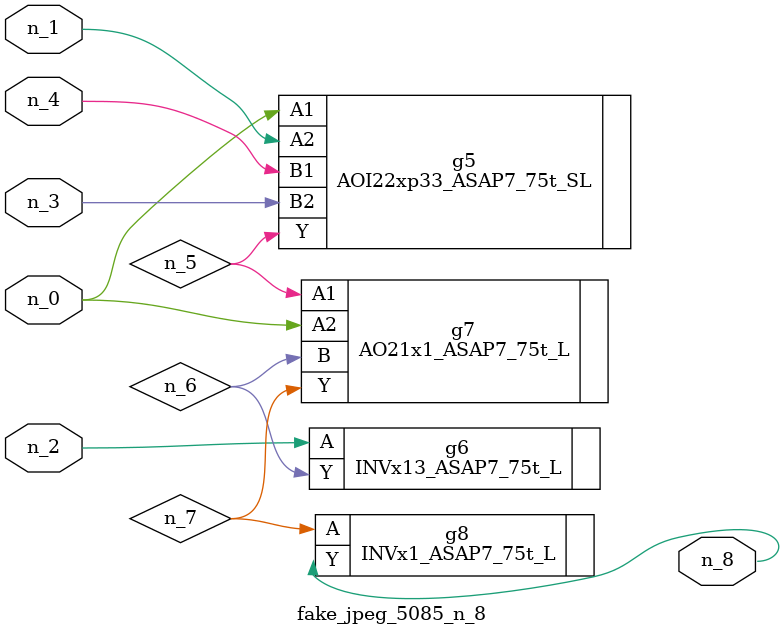
<source format=v>
module fake_jpeg_5085_n_8 (n_3, n_2, n_1, n_0, n_4, n_8);

input n_3;
input n_2;
input n_1;
input n_0;
input n_4;

output n_8;

wire n_6;
wire n_5;
wire n_7;

AOI22xp33_ASAP7_75t_SL g5 ( 
.A1(n_0),
.A2(n_1),
.B1(n_4),
.B2(n_3),
.Y(n_5)
);

INVx13_ASAP7_75t_L g6 ( 
.A(n_2),
.Y(n_6)
);

AO21x1_ASAP7_75t_L g7 ( 
.A1(n_5),
.A2(n_0),
.B(n_6),
.Y(n_7)
);

INVx1_ASAP7_75t_L g8 ( 
.A(n_7),
.Y(n_8)
);


endmodule
</source>
